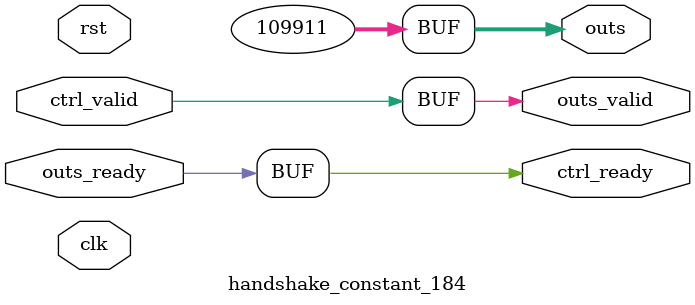
<source format=v>
`timescale 1ns / 1ps
module handshake_constant_184 #(
  parameter DATA_WIDTH = 32  // Default set to 32 bits
) (
  input                       clk,
  input                       rst,
  // Input Channel
  input                       ctrl_valid,
  output                      ctrl_ready,
  // Output Channel
  output [DATA_WIDTH - 1 : 0] outs,
  output                      outs_valid,
  input                       outs_ready
);
  assign outs       = 18'b011010110101010111;
  assign outs_valid = ctrl_valid;
  assign ctrl_ready = outs_ready;

endmodule

</source>
